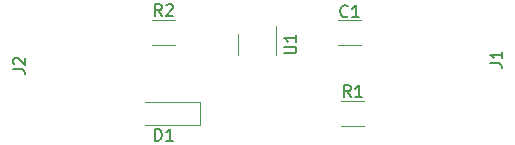
<source format=gbr>
G04 #@! TF.FileFunction,Legend,Top*
%FSLAX46Y46*%
G04 Gerber Fmt 4.6, Leading zero omitted, Abs format (unit mm)*
G04 Created by KiCad (PCBNEW 4.0.7) date 10/19/18 23:51:00*
%MOMM*%
%LPD*%
G01*
G04 APERTURE LIST*
%ADD10C,0.100000*%
%ADD11C,0.120000*%
%ADD12C,0.150000*%
G04 APERTURE END LIST*
D10*
D11*
X157210000Y-104644000D02*
X155210000Y-104644000D01*
X155210000Y-106684000D02*
X157210000Y-106684000D01*
X143562000Y-113472000D02*
X143562000Y-111572000D01*
X143562000Y-111572000D02*
X138862000Y-111572000D01*
X143562000Y-113472000D02*
X138862000Y-113472000D01*
X157464000Y-113592000D02*
X155464000Y-113592000D01*
X155464000Y-111452000D02*
X157464000Y-111452000D01*
X141462000Y-106734000D02*
X139462000Y-106734000D01*
X139462000Y-104594000D02*
X141462000Y-104594000D01*
X146726000Y-105780000D02*
X146726000Y-107580000D01*
X149946000Y-107580000D02*
X149946000Y-105130000D01*
D12*
X156043334Y-104271143D02*
X155995715Y-104318762D01*
X155852858Y-104366381D01*
X155757620Y-104366381D01*
X155614762Y-104318762D01*
X155519524Y-104223524D01*
X155471905Y-104128286D01*
X155424286Y-103937810D01*
X155424286Y-103794952D01*
X155471905Y-103604476D01*
X155519524Y-103509238D01*
X155614762Y-103414000D01*
X155757620Y-103366381D01*
X155852858Y-103366381D01*
X155995715Y-103414000D01*
X156043334Y-103461619D01*
X156995715Y-104366381D02*
X156424286Y-104366381D01*
X156710000Y-104366381D02*
X156710000Y-103366381D01*
X156614762Y-103509238D01*
X156519524Y-103604476D01*
X156424286Y-103652095D01*
X139723905Y-114824381D02*
X139723905Y-113824381D01*
X139962000Y-113824381D01*
X140104858Y-113872000D01*
X140200096Y-113967238D01*
X140247715Y-114062476D01*
X140295334Y-114252952D01*
X140295334Y-114395810D01*
X140247715Y-114586286D01*
X140200096Y-114681524D01*
X140104858Y-114776762D01*
X139962000Y-114824381D01*
X139723905Y-114824381D01*
X141247715Y-114824381D02*
X140676286Y-114824381D01*
X140962000Y-114824381D02*
X140962000Y-113824381D01*
X140866762Y-113967238D01*
X140771524Y-114062476D01*
X140676286Y-114110095D01*
X156297334Y-111124381D02*
X155964000Y-110648190D01*
X155725905Y-111124381D02*
X155725905Y-110124381D01*
X156106858Y-110124381D01*
X156202096Y-110172000D01*
X156249715Y-110219619D01*
X156297334Y-110314857D01*
X156297334Y-110457714D01*
X156249715Y-110552952D01*
X156202096Y-110600571D01*
X156106858Y-110648190D01*
X155725905Y-110648190D01*
X157249715Y-111124381D02*
X156678286Y-111124381D01*
X156964000Y-111124381D02*
X156964000Y-110124381D01*
X156868762Y-110267238D01*
X156773524Y-110362476D01*
X156678286Y-110410095D01*
X140295334Y-104266381D02*
X139962000Y-103790190D01*
X139723905Y-104266381D02*
X139723905Y-103266381D01*
X140104858Y-103266381D01*
X140200096Y-103314000D01*
X140247715Y-103361619D01*
X140295334Y-103456857D01*
X140295334Y-103599714D01*
X140247715Y-103694952D01*
X140200096Y-103742571D01*
X140104858Y-103790190D01*
X139723905Y-103790190D01*
X140676286Y-103361619D02*
X140723905Y-103314000D01*
X140819143Y-103266381D01*
X141057239Y-103266381D01*
X141152477Y-103314000D01*
X141200096Y-103361619D01*
X141247715Y-103456857D01*
X141247715Y-103552095D01*
X141200096Y-103694952D01*
X140628667Y-104266381D01*
X141247715Y-104266381D01*
X150688381Y-107441905D02*
X151497905Y-107441905D01*
X151593143Y-107394286D01*
X151640762Y-107346667D01*
X151688381Y-107251429D01*
X151688381Y-107060952D01*
X151640762Y-106965714D01*
X151593143Y-106918095D01*
X151497905Y-106870476D01*
X150688381Y-106870476D01*
X151688381Y-105870476D02*
X151688381Y-106441905D01*
X151688381Y-106156191D02*
X150688381Y-106156191D01*
X150831238Y-106251429D01*
X150926476Y-106346667D01*
X150974095Y-106441905D01*
X168108381Y-108283333D02*
X168822667Y-108283333D01*
X168965524Y-108330953D01*
X169060762Y-108426191D01*
X169108381Y-108569048D01*
X169108381Y-108664286D01*
X169108381Y-107283333D02*
X169108381Y-107854762D01*
X169108381Y-107569048D02*
X168108381Y-107569048D01*
X168251238Y-107664286D01*
X168346476Y-107759524D01*
X168394095Y-107854762D01*
X127722381Y-108791333D02*
X128436667Y-108791333D01*
X128579524Y-108838953D01*
X128674762Y-108934191D01*
X128722381Y-109077048D01*
X128722381Y-109172286D01*
X127817619Y-108362762D02*
X127770000Y-108315143D01*
X127722381Y-108219905D01*
X127722381Y-107981809D01*
X127770000Y-107886571D01*
X127817619Y-107838952D01*
X127912857Y-107791333D01*
X128008095Y-107791333D01*
X128150952Y-107838952D01*
X128722381Y-108410381D01*
X128722381Y-107791333D01*
M02*

</source>
